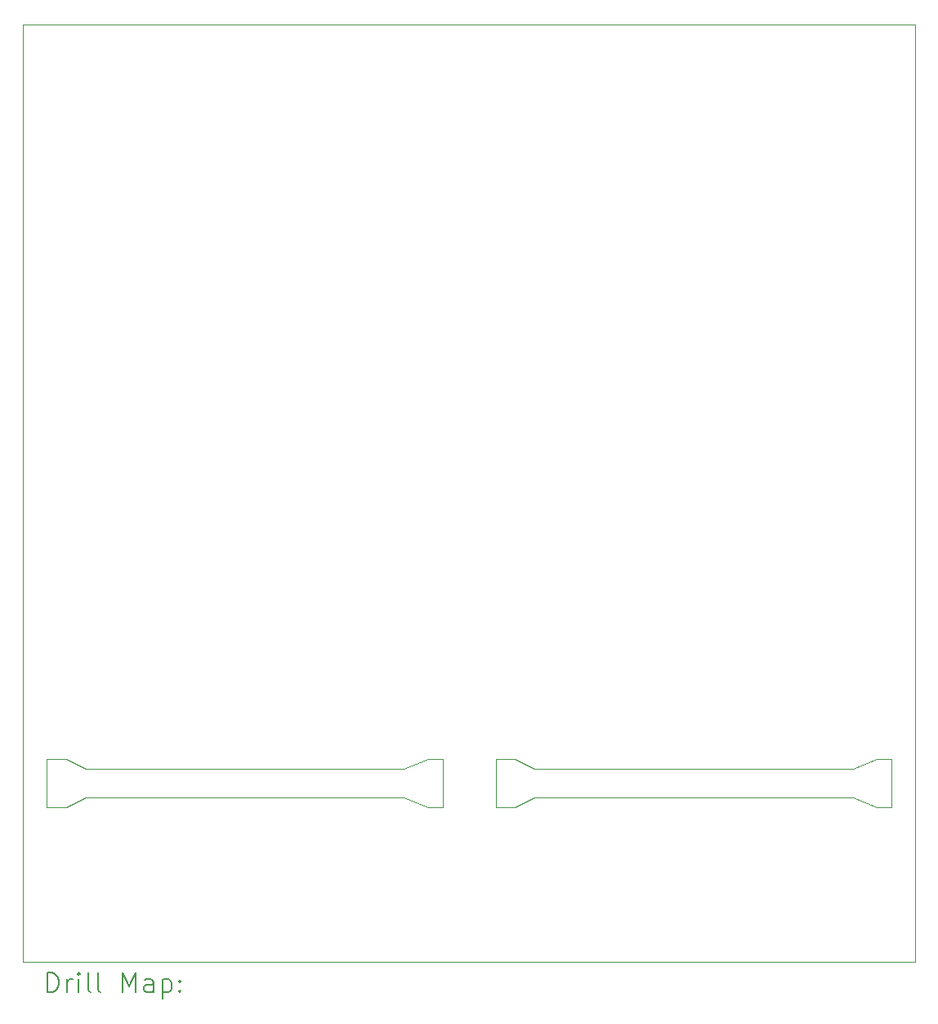
<source format=gbr>
%TF.GenerationSoftware,KiCad,Pcbnew,7.0.9*%
%TF.CreationDate,2024-06-03T03:25:27+05:30*%
%TF.ProjectId,Precharge,50726563-6861-4726-9765-2e6b69636164,rev?*%
%TF.SameCoordinates,Original*%
%TF.FileFunction,Drillmap*%
%TF.FilePolarity,Positive*%
%FSLAX45Y45*%
G04 Gerber Fmt 4.5, Leading zero omitted, Abs format (unit mm)*
G04 Created by KiCad (PCBNEW 7.0.9) date 2024-06-03 03:25:27*
%MOMM*%
%LPD*%
G01*
G04 APERTURE LIST*
%ADD10C,0.100000*%
%ADD11C,0.200000*%
G04 APERTURE END LIST*
D10*
X9000000Y-9000000D02*
X12300000Y-9000000D01*
X12550000Y-8900000D01*
X12700000Y-8900000D01*
X12700000Y-9400000D01*
X12550000Y-9400000D01*
X12300000Y-9300000D01*
X9000000Y-9300000D01*
X8800000Y-9400000D01*
X8600000Y-9400000D01*
X8600000Y-8900000D01*
X8800000Y-8900000D01*
X9000000Y-9000000D01*
X4350000Y-9000000D02*
X7650000Y-9000000D01*
X7900000Y-8900000D01*
X8050000Y-8900000D01*
X8050000Y-9400000D01*
X7900000Y-9400000D01*
X7650000Y-9300000D01*
X4350000Y-9300000D01*
X4150000Y-9400000D01*
X3950000Y-9400000D01*
X3950000Y-8900000D01*
X4150000Y-8900000D01*
X4350000Y-9000000D01*
X3700000Y-1300000D02*
X12950000Y-1300000D01*
X12950000Y-11000000D01*
X3700000Y-11000000D01*
X3700000Y-1300000D01*
D11*
X3955777Y-11316484D02*
X3955777Y-11116484D01*
X3955777Y-11116484D02*
X4003396Y-11116484D01*
X4003396Y-11116484D02*
X4031967Y-11126008D01*
X4031967Y-11126008D02*
X4051015Y-11145055D01*
X4051015Y-11145055D02*
X4060539Y-11164103D01*
X4060539Y-11164103D02*
X4070062Y-11202198D01*
X4070062Y-11202198D02*
X4070062Y-11230769D01*
X4070062Y-11230769D02*
X4060539Y-11268865D01*
X4060539Y-11268865D02*
X4051015Y-11287912D01*
X4051015Y-11287912D02*
X4031967Y-11306960D01*
X4031967Y-11306960D02*
X4003396Y-11316484D01*
X4003396Y-11316484D02*
X3955777Y-11316484D01*
X4155777Y-11316484D02*
X4155777Y-11183150D01*
X4155777Y-11221246D02*
X4165301Y-11202198D01*
X4165301Y-11202198D02*
X4174824Y-11192674D01*
X4174824Y-11192674D02*
X4193872Y-11183150D01*
X4193872Y-11183150D02*
X4212920Y-11183150D01*
X4279586Y-11316484D02*
X4279586Y-11183150D01*
X4279586Y-11116484D02*
X4270063Y-11126008D01*
X4270063Y-11126008D02*
X4279586Y-11135531D01*
X4279586Y-11135531D02*
X4289110Y-11126008D01*
X4289110Y-11126008D02*
X4279586Y-11116484D01*
X4279586Y-11116484D02*
X4279586Y-11135531D01*
X4403396Y-11316484D02*
X4384348Y-11306960D01*
X4384348Y-11306960D02*
X4374824Y-11287912D01*
X4374824Y-11287912D02*
X4374824Y-11116484D01*
X4508158Y-11316484D02*
X4489110Y-11306960D01*
X4489110Y-11306960D02*
X4479586Y-11287912D01*
X4479586Y-11287912D02*
X4479586Y-11116484D01*
X4736729Y-11316484D02*
X4736729Y-11116484D01*
X4736729Y-11116484D02*
X4803396Y-11259341D01*
X4803396Y-11259341D02*
X4870063Y-11116484D01*
X4870063Y-11116484D02*
X4870063Y-11316484D01*
X5051015Y-11316484D02*
X5051015Y-11211722D01*
X5051015Y-11211722D02*
X5041491Y-11192674D01*
X5041491Y-11192674D02*
X5022444Y-11183150D01*
X5022444Y-11183150D02*
X4984348Y-11183150D01*
X4984348Y-11183150D02*
X4965301Y-11192674D01*
X5051015Y-11306960D02*
X5031967Y-11316484D01*
X5031967Y-11316484D02*
X4984348Y-11316484D01*
X4984348Y-11316484D02*
X4965301Y-11306960D01*
X4965301Y-11306960D02*
X4955777Y-11287912D01*
X4955777Y-11287912D02*
X4955777Y-11268865D01*
X4955777Y-11268865D02*
X4965301Y-11249817D01*
X4965301Y-11249817D02*
X4984348Y-11240293D01*
X4984348Y-11240293D02*
X5031967Y-11240293D01*
X5031967Y-11240293D02*
X5051015Y-11230769D01*
X5146253Y-11183150D02*
X5146253Y-11383150D01*
X5146253Y-11192674D02*
X5165301Y-11183150D01*
X5165301Y-11183150D02*
X5203396Y-11183150D01*
X5203396Y-11183150D02*
X5222444Y-11192674D01*
X5222444Y-11192674D02*
X5231967Y-11202198D01*
X5231967Y-11202198D02*
X5241491Y-11221246D01*
X5241491Y-11221246D02*
X5241491Y-11278388D01*
X5241491Y-11278388D02*
X5231967Y-11297436D01*
X5231967Y-11297436D02*
X5222444Y-11306960D01*
X5222444Y-11306960D02*
X5203396Y-11316484D01*
X5203396Y-11316484D02*
X5165301Y-11316484D01*
X5165301Y-11316484D02*
X5146253Y-11306960D01*
X5327205Y-11297436D02*
X5336729Y-11306960D01*
X5336729Y-11306960D02*
X5327205Y-11316484D01*
X5327205Y-11316484D02*
X5317682Y-11306960D01*
X5317682Y-11306960D02*
X5327205Y-11297436D01*
X5327205Y-11297436D02*
X5327205Y-11316484D01*
X5327205Y-11192674D02*
X5336729Y-11202198D01*
X5336729Y-11202198D02*
X5327205Y-11211722D01*
X5327205Y-11211722D02*
X5317682Y-11202198D01*
X5317682Y-11202198D02*
X5327205Y-11192674D01*
X5327205Y-11192674D02*
X5327205Y-11211722D01*
M02*

</source>
